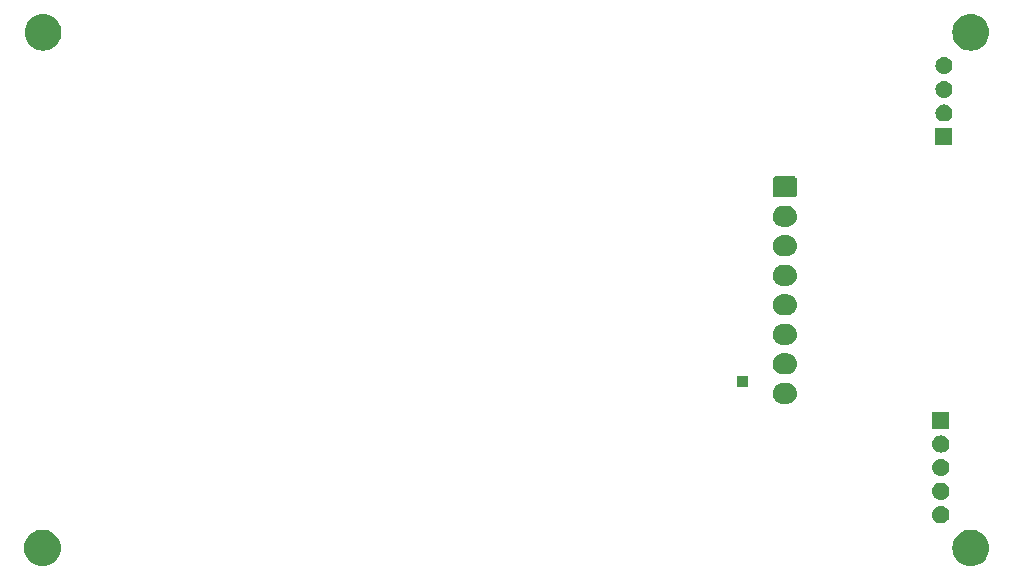
<source format=gbr>
G04 #@! TF.GenerationSoftware,KiCad,Pcbnew,7.99.0-1900-g89780d353a*
G04 #@! TF.CreationDate,2023-08-29T18:06:46+03:00*
G04 #@! TF.ProjectId,RP2040_minimal,52503230-3430-45f6-9d69-6e696d616c2e,REV1*
G04 #@! TF.SameCoordinates,Original*
G04 #@! TF.FileFunction,Soldermask,Bot*
G04 #@! TF.FilePolarity,Negative*
%FSLAX46Y46*%
G04 Gerber Fmt 4.6, Leading zero omitted, Abs format (unit mm)*
G04 Created by KiCad (PCBNEW 7.99.0-1900-g89780d353a) date 2023-08-29 18:06:46*
%MOMM*%
%LPD*%
G01*
G04 APERTURE LIST*
G04 APERTURE END LIST*
G36*
X108498630Y-134246495D02*
G01*
X108735285Y-134303311D01*
X108960139Y-134396449D01*
X109167655Y-134523615D01*
X109352723Y-134681677D01*
X109510785Y-134866745D01*
X109637951Y-135074261D01*
X109731089Y-135299115D01*
X109787905Y-135535770D01*
X109807000Y-135778400D01*
X109787905Y-136021030D01*
X109731089Y-136257685D01*
X109637951Y-136482539D01*
X109510785Y-136690055D01*
X109352723Y-136875123D01*
X109167655Y-137033185D01*
X108960139Y-137160351D01*
X108735285Y-137253489D01*
X108498630Y-137310305D01*
X108256000Y-137329400D01*
X108013370Y-137310305D01*
X107776715Y-137253489D01*
X107551861Y-137160351D01*
X107344345Y-137033185D01*
X107159277Y-136875123D01*
X107001215Y-136690055D01*
X106874049Y-136482539D01*
X106780911Y-136257685D01*
X106724095Y-136021030D01*
X106705000Y-135778400D01*
X106724095Y-135535770D01*
X106780911Y-135299115D01*
X106874049Y-135074261D01*
X107001215Y-134866745D01*
X107159277Y-134681677D01*
X107344345Y-134523615D01*
X107551861Y-134396449D01*
X107776715Y-134303311D01*
X108013370Y-134246495D01*
X108256000Y-134227400D01*
X108498630Y-134246495D01*
G37*
G36*
X187098630Y-134246495D02*
G01*
X187335285Y-134303311D01*
X187560139Y-134396449D01*
X187767655Y-134523615D01*
X187952723Y-134681677D01*
X188110785Y-134866745D01*
X188237951Y-135074261D01*
X188331089Y-135299115D01*
X188387905Y-135535770D01*
X188407000Y-135778400D01*
X188387905Y-136021030D01*
X188331089Y-136257685D01*
X188237951Y-136482539D01*
X188110785Y-136690055D01*
X187952723Y-136875123D01*
X187767655Y-137033185D01*
X187560139Y-137160351D01*
X187335285Y-137253489D01*
X187098630Y-137310305D01*
X186856000Y-137329400D01*
X186613370Y-137310305D01*
X186376715Y-137253489D01*
X186151861Y-137160351D01*
X185944345Y-137033185D01*
X185759277Y-136875123D01*
X185601215Y-136690055D01*
X185474049Y-136482539D01*
X185380911Y-136257685D01*
X185324095Y-136021030D01*
X185305000Y-135778400D01*
X185324095Y-135535770D01*
X185380911Y-135299115D01*
X185474049Y-135074261D01*
X185601215Y-134866745D01*
X185759277Y-134681677D01*
X185944345Y-134523615D01*
X186151861Y-134396449D01*
X186376715Y-134303311D01*
X186613370Y-134246495D01*
X186856000Y-134227400D01*
X187098630Y-134246495D01*
G37*
G36*
X184477550Y-132270602D02*
G01*
X184631000Y-132324297D01*
X184768654Y-132410790D01*
X184883610Y-132525746D01*
X184970103Y-132663400D01*
X185023798Y-132816850D01*
X185042000Y-132978400D01*
X185023798Y-133139950D01*
X184970103Y-133293400D01*
X184883610Y-133431054D01*
X184768654Y-133546010D01*
X184631000Y-133632503D01*
X184477550Y-133686198D01*
X184316000Y-133704400D01*
X184154450Y-133686198D01*
X184001000Y-133632503D01*
X183863346Y-133546010D01*
X183748390Y-133431054D01*
X183661897Y-133293400D01*
X183608202Y-133139950D01*
X183590000Y-132978400D01*
X183608202Y-132816850D01*
X183661897Y-132663400D01*
X183748390Y-132525746D01*
X183863346Y-132410790D01*
X184001000Y-132324297D01*
X184154450Y-132270602D01*
X184316000Y-132252400D01*
X184477550Y-132270602D01*
G37*
G36*
X184477550Y-130270602D02*
G01*
X184631000Y-130324297D01*
X184768654Y-130410790D01*
X184883610Y-130525746D01*
X184970103Y-130663400D01*
X185023798Y-130816850D01*
X185042000Y-130978400D01*
X185023798Y-131139950D01*
X184970103Y-131293400D01*
X184883610Y-131431054D01*
X184768654Y-131546010D01*
X184631000Y-131632503D01*
X184477550Y-131686198D01*
X184316000Y-131704400D01*
X184154450Y-131686198D01*
X184001000Y-131632503D01*
X183863346Y-131546010D01*
X183748390Y-131431054D01*
X183661897Y-131293400D01*
X183608202Y-131139950D01*
X183590000Y-130978400D01*
X183608202Y-130816850D01*
X183661897Y-130663400D01*
X183748390Y-130525746D01*
X183863346Y-130410790D01*
X184001000Y-130324297D01*
X184154450Y-130270602D01*
X184316000Y-130252400D01*
X184477550Y-130270602D01*
G37*
G36*
X184477550Y-128270602D02*
G01*
X184631000Y-128324297D01*
X184768654Y-128410790D01*
X184883610Y-128525746D01*
X184970103Y-128663400D01*
X185023798Y-128816850D01*
X185042000Y-128978400D01*
X185023798Y-129139950D01*
X184970103Y-129293400D01*
X184883610Y-129431054D01*
X184768654Y-129546010D01*
X184631000Y-129632503D01*
X184477550Y-129686198D01*
X184316000Y-129704400D01*
X184154450Y-129686198D01*
X184001000Y-129632503D01*
X183863346Y-129546010D01*
X183748390Y-129431054D01*
X183661897Y-129293400D01*
X183608202Y-129139950D01*
X183590000Y-128978400D01*
X183608202Y-128816850D01*
X183661897Y-128663400D01*
X183748390Y-128525746D01*
X183863346Y-128410790D01*
X184001000Y-128324297D01*
X184154450Y-128270602D01*
X184316000Y-128252400D01*
X184477550Y-128270602D01*
G37*
G36*
X184477550Y-126270602D02*
G01*
X184631000Y-126324297D01*
X184768654Y-126410790D01*
X184883610Y-126525746D01*
X184970103Y-126663400D01*
X185023798Y-126816850D01*
X185042000Y-126978400D01*
X185023798Y-127139950D01*
X184970103Y-127293400D01*
X184883610Y-127431054D01*
X184768654Y-127546010D01*
X184631000Y-127632503D01*
X184477550Y-127686198D01*
X184316000Y-127704400D01*
X184154450Y-127686198D01*
X184001000Y-127632503D01*
X183863346Y-127546010D01*
X183748390Y-127431054D01*
X183661897Y-127293400D01*
X183608202Y-127139950D01*
X183590000Y-126978400D01*
X183608202Y-126816850D01*
X183661897Y-126663400D01*
X183748390Y-126525746D01*
X183863346Y-126410790D01*
X184001000Y-126324297D01*
X184154450Y-126270602D01*
X184316000Y-126252400D01*
X184477550Y-126270602D01*
G37*
G36*
X185010517Y-124256282D02*
G01*
X185027062Y-124267338D01*
X185038118Y-124283883D01*
X185042000Y-124303400D01*
X185042000Y-125653400D01*
X185038118Y-125672917D01*
X185027062Y-125689462D01*
X185010517Y-125700518D01*
X184991000Y-125704400D01*
X183641000Y-125704400D01*
X183621483Y-125700518D01*
X183604938Y-125689462D01*
X183593882Y-125672917D01*
X183590000Y-125653400D01*
X183590000Y-124303400D01*
X183593882Y-124283883D01*
X183604938Y-124267338D01*
X183621483Y-124256282D01*
X183641000Y-124252400D01*
X184991000Y-124252400D01*
X185010517Y-124256282D01*
G37*
G36*
X171232058Y-121797511D02*
G01*
X171321001Y-121802022D01*
X171369185Y-121811923D01*
X171418328Y-121817089D01*
X171459640Y-121830512D01*
X171500656Y-121838941D01*
X171547655Y-121859110D01*
X171597470Y-121875296D01*
X171632497Y-121895518D01*
X171668141Y-121910815D01*
X171712656Y-121941798D01*
X171760595Y-121969476D01*
X171788429Y-121994538D01*
X171817737Y-122014937D01*
X171857249Y-122056504D01*
X171900573Y-122095513D01*
X171920820Y-122123381D01*
X171943305Y-122147035D01*
X171975297Y-122198362D01*
X172011289Y-122247900D01*
X172024075Y-122276618D01*
X172039713Y-122301707D01*
X172061813Y-122361379D01*
X172087902Y-122419976D01*
X172093811Y-122447777D01*
X172103012Y-122472620D01*
X172113130Y-122538667D01*
X172127064Y-122604220D01*
X172127064Y-122629617D01*
X172130612Y-122652777D01*
X172127064Y-122722730D01*
X172127064Y-122792580D01*
X172122410Y-122814470D01*
X172121380Y-122834798D01*
X172103008Y-122905755D01*
X172087902Y-122976824D01*
X172080028Y-122994508D01*
X172075695Y-123011245D01*
X172041927Y-123080084D01*
X172011289Y-123148900D01*
X172001693Y-123162106D01*
X171995432Y-123174872D01*
X171946350Y-123238279D01*
X171900573Y-123301287D01*
X171890693Y-123310182D01*
X171883869Y-123318999D01*
X171820153Y-123373697D01*
X171760595Y-123427324D01*
X171751711Y-123432452D01*
X171745582Y-123437715D01*
X171668320Y-123480598D01*
X171597470Y-123521504D01*
X171590603Y-123523735D01*
X171586220Y-123526168D01*
X171495923Y-123554498D01*
X171418328Y-123579711D01*
X171414173Y-123580147D01*
X171412324Y-123580728D01*
X171299069Y-123592245D01*
X171231000Y-123599400D01*
X171228719Y-123599400D01*
X170982135Y-123599400D01*
X170981000Y-123599400D01*
X170979941Y-123599288D01*
X170890998Y-123594777D01*
X170842822Y-123584876D01*
X170793672Y-123579711D01*
X170752352Y-123566285D01*
X170711343Y-123557858D01*
X170664349Y-123537691D01*
X170614530Y-123521504D01*
X170579498Y-123501278D01*
X170543858Y-123485984D01*
X170499345Y-123455002D01*
X170451405Y-123427324D01*
X170423568Y-123402260D01*
X170394262Y-123381862D01*
X170354750Y-123340295D01*
X170311427Y-123301287D01*
X170291179Y-123273418D01*
X170268694Y-123249764D01*
X170236699Y-123198434D01*
X170200711Y-123148900D01*
X170187925Y-123120183D01*
X170172286Y-123095092D01*
X170150183Y-123035412D01*
X170124098Y-122976824D01*
X170118189Y-122949026D01*
X170108987Y-122924179D01*
X170098866Y-122858118D01*
X170084936Y-122792580D01*
X170084936Y-122767187D01*
X170081387Y-122744022D01*
X170084936Y-122674048D01*
X170084936Y-122604220D01*
X170089587Y-122582335D01*
X170090619Y-122562001D01*
X170108997Y-122491017D01*
X170124098Y-122419976D01*
X170131968Y-122402298D01*
X170136304Y-122385554D01*
X170170087Y-122316682D01*
X170200711Y-122247900D01*
X170210301Y-122234699D01*
X170216567Y-122221927D01*
X170265676Y-122158483D01*
X170311427Y-122095513D01*
X170321300Y-122086622D01*
X170328130Y-122077800D01*
X170391891Y-122023062D01*
X170451405Y-121969476D01*
X170460281Y-121964351D01*
X170466417Y-121959084D01*
X170543749Y-121916160D01*
X170614530Y-121875296D01*
X170621390Y-121873066D01*
X170625779Y-121870631D01*
X170716194Y-121842263D01*
X170793672Y-121817089D01*
X170797819Y-121816653D01*
X170799675Y-121816071D01*
X170913054Y-121804541D01*
X170981000Y-121797400D01*
X171231000Y-121797400D01*
X171232058Y-121797511D01*
G37*
G36*
X168000517Y-121206282D02*
G01*
X168017062Y-121217338D01*
X168028118Y-121233883D01*
X168032000Y-121253400D01*
X168032000Y-122103400D01*
X168028118Y-122122917D01*
X168017062Y-122139462D01*
X168000517Y-122150518D01*
X167981000Y-122154400D01*
X167131000Y-122154400D01*
X167111483Y-122150518D01*
X167094938Y-122139462D01*
X167083882Y-122122917D01*
X167080000Y-122103400D01*
X167080000Y-121253400D01*
X167083882Y-121233883D01*
X167094938Y-121217338D01*
X167111483Y-121206282D01*
X167131000Y-121202400D01*
X167981000Y-121202400D01*
X168000517Y-121206282D01*
G37*
G36*
X171232058Y-119297511D02*
G01*
X171321001Y-119302022D01*
X171369185Y-119311923D01*
X171418328Y-119317089D01*
X171459640Y-119330512D01*
X171500656Y-119338941D01*
X171547655Y-119359110D01*
X171597470Y-119375296D01*
X171632497Y-119395518D01*
X171668141Y-119410815D01*
X171712656Y-119441798D01*
X171760595Y-119469476D01*
X171788429Y-119494538D01*
X171817737Y-119514937D01*
X171857249Y-119556504D01*
X171900573Y-119595513D01*
X171920820Y-119623381D01*
X171943305Y-119647035D01*
X171975297Y-119698362D01*
X172011289Y-119747900D01*
X172024075Y-119776618D01*
X172039713Y-119801707D01*
X172061813Y-119861379D01*
X172087902Y-119919976D01*
X172093811Y-119947777D01*
X172103012Y-119972620D01*
X172113130Y-120038667D01*
X172127064Y-120104220D01*
X172127064Y-120129617D01*
X172130612Y-120152777D01*
X172127064Y-120222730D01*
X172127064Y-120292580D01*
X172122410Y-120314470D01*
X172121380Y-120334798D01*
X172103008Y-120405755D01*
X172087902Y-120476824D01*
X172080028Y-120494508D01*
X172075695Y-120511245D01*
X172041927Y-120580084D01*
X172011289Y-120648900D01*
X172001693Y-120662106D01*
X171995432Y-120674872D01*
X171946350Y-120738279D01*
X171900573Y-120801287D01*
X171890693Y-120810182D01*
X171883869Y-120818999D01*
X171820153Y-120873697D01*
X171760595Y-120927324D01*
X171751711Y-120932452D01*
X171745582Y-120937715D01*
X171668320Y-120980598D01*
X171597470Y-121021504D01*
X171590603Y-121023735D01*
X171586220Y-121026168D01*
X171495923Y-121054498D01*
X171418328Y-121079711D01*
X171414173Y-121080147D01*
X171412324Y-121080728D01*
X171299069Y-121092245D01*
X171231000Y-121099400D01*
X171228719Y-121099400D01*
X170982135Y-121099400D01*
X170981000Y-121099400D01*
X170979941Y-121099288D01*
X170890998Y-121094777D01*
X170842822Y-121084876D01*
X170793672Y-121079711D01*
X170752352Y-121066285D01*
X170711343Y-121057858D01*
X170664349Y-121037691D01*
X170614530Y-121021504D01*
X170579498Y-121001278D01*
X170543858Y-120985984D01*
X170499345Y-120955002D01*
X170451405Y-120927324D01*
X170423568Y-120902260D01*
X170394262Y-120881862D01*
X170354750Y-120840295D01*
X170311427Y-120801287D01*
X170291179Y-120773418D01*
X170268694Y-120749764D01*
X170236699Y-120698434D01*
X170200711Y-120648900D01*
X170187925Y-120620183D01*
X170172286Y-120595092D01*
X170150183Y-120535412D01*
X170124098Y-120476824D01*
X170118189Y-120449026D01*
X170108987Y-120424179D01*
X170098866Y-120358118D01*
X170084936Y-120292580D01*
X170084936Y-120267187D01*
X170081387Y-120244022D01*
X170084936Y-120174048D01*
X170084936Y-120104220D01*
X170089587Y-120082335D01*
X170090619Y-120062001D01*
X170108997Y-119991017D01*
X170124098Y-119919976D01*
X170131968Y-119902298D01*
X170136304Y-119885554D01*
X170170087Y-119816682D01*
X170200711Y-119747900D01*
X170210301Y-119734699D01*
X170216567Y-119721927D01*
X170265676Y-119658483D01*
X170311427Y-119595513D01*
X170321300Y-119586622D01*
X170328130Y-119577800D01*
X170391891Y-119523062D01*
X170451405Y-119469476D01*
X170460281Y-119464351D01*
X170466417Y-119459084D01*
X170543749Y-119416160D01*
X170614530Y-119375296D01*
X170621390Y-119373066D01*
X170625779Y-119370631D01*
X170716194Y-119342263D01*
X170793672Y-119317089D01*
X170797819Y-119316653D01*
X170799675Y-119316071D01*
X170913054Y-119304541D01*
X170981000Y-119297400D01*
X171231000Y-119297400D01*
X171232058Y-119297511D01*
G37*
G36*
X171232058Y-116797511D02*
G01*
X171321001Y-116802022D01*
X171369185Y-116811923D01*
X171418328Y-116817089D01*
X171459640Y-116830512D01*
X171500656Y-116838941D01*
X171547655Y-116859110D01*
X171597470Y-116875296D01*
X171632497Y-116895518D01*
X171668141Y-116910815D01*
X171712656Y-116941798D01*
X171760595Y-116969476D01*
X171788429Y-116994538D01*
X171817737Y-117014937D01*
X171857249Y-117056504D01*
X171900573Y-117095513D01*
X171920820Y-117123381D01*
X171943305Y-117147035D01*
X171975297Y-117198362D01*
X172011289Y-117247900D01*
X172024075Y-117276618D01*
X172039713Y-117301707D01*
X172061813Y-117361379D01*
X172087902Y-117419976D01*
X172093811Y-117447777D01*
X172103012Y-117472620D01*
X172113130Y-117538667D01*
X172127064Y-117604220D01*
X172127064Y-117629617D01*
X172130612Y-117652777D01*
X172127064Y-117722730D01*
X172127064Y-117792580D01*
X172122410Y-117814470D01*
X172121380Y-117834798D01*
X172103008Y-117905755D01*
X172087902Y-117976824D01*
X172080028Y-117994508D01*
X172075695Y-118011245D01*
X172041927Y-118080084D01*
X172011289Y-118148900D01*
X172001693Y-118162106D01*
X171995432Y-118174872D01*
X171946350Y-118238279D01*
X171900573Y-118301287D01*
X171890693Y-118310182D01*
X171883869Y-118318999D01*
X171820153Y-118373697D01*
X171760595Y-118427324D01*
X171751711Y-118432452D01*
X171745582Y-118437715D01*
X171668320Y-118480598D01*
X171597470Y-118521504D01*
X171590603Y-118523735D01*
X171586220Y-118526168D01*
X171495923Y-118554498D01*
X171418328Y-118579711D01*
X171414173Y-118580147D01*
X171412324Y-118580728D01*
X171299069Y-118592245D01*
X171231000Y-118599400D01*
X171228719Y-118599400D01*
X170982135Y-118599400D01*
X170981000Y-118599400D01*
X170979941Y-118599288D01*
X170890998Y-118594777D01*
X170842822Y-118584876D01*
X170793672Y-118579711D01*
X170752352Y-118566285D01*
X170711343Y-118557858D01*
X170664349Y-118537691D01*
X170614530Y-118521504D01*
X170579498Y-118501278D01*
X170543858Y-118485984D01*
X170499345Y-118455002D01*
X170451405Y-118427324D01*
X170423568Y-118402260D01*
X170394262Y-118381862D01*
X170354750Y-118340295D01*
X170311427Y-118301287D01*
X170291179Y-118273418D01*
X170268694Y-118249764D01*
X170236699Y-118198434D01*
X170200711Y-118148900D01*
X170187925Y-118120183D01*
X170172286Y-118095092D01*
X170150183Y-118035412D01*
X170124098Y-117976824D01*
X170118189Y-117949026D01*
X170108987Y-117924179D01*
X170098866Y-117858118D01*
X170084936Y-117792580D01*
X170084936Y-117767187D01*
X170081387Y-117744022D01*
X170084936Y-117674048D01*
X170084936Y-117604220D01*
X170089587Y-117582335D01*
X170090619Y-117562001D01*
X170108997Y-117491017D01*
X170124098Y-117419976D01*
X170131968Y-117402298D01*
X170136304Y-117385554D01*
X170170087Y-117316682D01*
X170200711Y-117247900D01*
X170210301Y-117234699D01*
X170216567Y-117221927D01*
X170265676Y-117158483D01*
X170311427Y-117095513D01*
X170321300Y-117086622D01*
X170328130Y-117077800D01*
X170391891Y-117023062D01*
X170451405Y-116969476D01*
X170460281Y-116964351D01*
X170466417Y-116959084D01*
X170543749Y-116916160D01*
X170614530Y-116875296D01*
X170621390Y-116873066D01*
X170625779Y-116870631D01*
X170716194Y-116842263D01*
X170793672Y-116817089D01*
X170797819Y-116816653D01*
X170799675Y-116816071D01*
X170913054Y-116804541D01*
X170981000Y-116797400D01*
X171231000Y-116797400D01*
X171232058Y-116797511D01*
G37*
G36*
X171232058Y-114297511D02*
G01*
X171321001Y-114302022D01*
X171369185Y-114311923D01*
X171418328Y-114317089D01*
X171459640Y-114330512D01*
X171500656Y-114338941D01*
X171547655Y-114359110D01*
X171597470Y-114375296D01*
X171632497Y-114395518D01*
X171668141Y-114410815D01*
X171712656Y-114441798D01*
X171760595Y-114469476D01*
X171788429Y-114494538D01*
X171817737Y-114514937D01*
X171857249Y-114556504D01*
X171900573Y-114595513D01*
X171920820Y-114623381D01*
X171943305Y-114647035D01*
X171975297Y-114698362D01*
X172011289Y-114747900D01*
X172024075Y-114776618D01*
X172039713Y-114801707D01*
X172061813Y-114861379D01*
X172087902Y-114919976D01*
X172093811Y-114947777D01*
X172103012Y-114972620D01*
X172113130Y-115038667D01*
X172127064Y-115104220D01*
X172127064Y-115129617D01*
X172130612Y-115152777D01*
X172127064Y-115222730D01*
X172127064Y-115292580D01*
X172122410Y-115314470D01*
X172121380Y-115334798D01*
X172103008Y-115405755D01*
X172087902Y-115476824D01*
X172080028Y-115494508D01*
X172075695Y-115511245D01*
X172041927Y-115580084D01*
X172011289Y-115648900D01*
X172001693Y-115662106D01*
X171995432Y-115674872D01*
X171946350Y-115738279D01*
X171900573Y-115801287D01*
X171890693Y-115810182D01*
X171883869Y-115818999D01*
X171820153Y-115873697D01*
X171760595Y-115927324D01*
X171751711Y-115932452D01*
X171745582Y-115937715D01*
X171668320Y-115980598D01*
X171597470Y-116021504D01*
X171590603Y-116023735D01*
X171586220Y-116026168D01*
X171495923Y-116054498D01*
X171418328Y-116079711D01*
X171414173Y-116080147D01*
X171412324Y-116080728D01*
X171299069Y-116092245D01*
X171231000Y-116099400D01*
X171228719Y-116099400D01*
X170982135Y-116099400D01*
X170981000Y-116099400D01*
X170979941Y-116099288D01*
X170890998Y-116094777D01*
X170842822Y-116084876D01*
X170793672Y-116079711D01*
X170752352Y-116066285D01*
X170711343Y-116057858D01*
X170664349Y-116037691D01*
X170614530Y-116021504D01*
X170579498Y-116001278D01*
X170543858Y-115985984D01*
X170499345Y-115955002D01*
X170451405Y-115927324D01*
X170423568Y-115902260D01*
X170394262Y-115881862D01*
X170354750Y-115840295D01*
X170311427Y-115801287D01*
X170291179Y-115773418D01*
X170268694Y-115749764D01*
X170236699Y-115698434D01*
X170200711Y-115648900D01*
X170187925Y-115620183D01*
X170172286Y-115595092D01*
X170150183Y-115535412D01*
X170124098Y-115476824D01*
X170118189Y-115449026D01*
X170108987Y-115424179D01*
X170098866Y-115358118D01*
X170084936Y-115292580D01*
X170084936Y-115267187D01*
X170081387Y-115244022D01*
X170084936Y-115174048D01*
X170084936Y-115104220D01*
X170089587Y-115082335D01*
X170090619Y-115062001D01*
X170108997Y-114991017D01*
X170124098Y-114919976D01*
X170131968Y-114902298D01*
X170136304Y-114885554D01*
X170170087Y-114816682D01*
X170200711Y-114747900D01*
X170210301Y-114734699D01*
X170216567Y-114721927D01*
X170265676Y-114658483D01*
X170311427Y-114595513D01*
X170321300Y-114586622D01*
X170328130Y-114577800D01*
X170391891Y-114523062D01*
X170451405Y-114469476D01*
X170460281Y-114464351D01*
X170466417Y-114459084D01*
X170543749Y-114416160D01*
X170614530Y-114375296D01*
X170621390Y-114373066D01*
X170625779Y-114370631D01*
X170716194Y-114342263D01*
X170793672Y-114317089D01*
X170797819Y-114316653D01*
X170799675Y-114316071D01*
X170913054Y-114304541D01*
X170981000Y-114297400D01*
X171231000Y-114297400D01*
X171232058Y-114297511D01*
G37*
G36*
X171232058Y-111797511D02*
G01*
X171321001Y-111802022D01*
X171369185Y-111811923D01*
X171418328Y-111817089D01*
X171459640Y-111830512D01*
X171500656Y-111838941D01*
X171547655Y-111859110D01*
X171597470Y-111875296D01*
X171632497Y-111895518D01*
X171668141Y-111910815D01*
X171712656Y-111941798D01*
X171760595Y-111969476D01*
X171788429Y-111994538D01*
X171817737Y-112014937D01*
X171857249Y-112056504D01*
X171900573Y-112095513D01*
X171920820Y-112123381D01*
X171943305Y-112147035D01*
X171975297Y-112198362D01*
X172011289Y-112247900D01*
X172024075Y-112276618D01*
X172039713Y-112301707D01*
X172061813Y-112361379D01*
X172087902Y-112419976D01*
X172093811Y-112447777D01*
X172103012Y-112472620D01*
X172113130Y-112538667D01*
X172127064Y-112604220D01*
X172127064Y-112629617D01*
X172130612Y-112652777D01*
X172127064Y-112722730D01*
X172127064Y-112792580D01*
X172122410Y-112814470D01*
X172121380Y-112834798D01*
X172103008Y-112905755D01*
X172087902Y-112976824D01*
X172080028Y-112994508D01*
X172075695Y-113011245D01*
X172041927Y-113080084D01*
X172011289Y-113148900D01*
X172001693Y-113162106D01*
X171995432Y-113174872D01*
X171946350Y-113238279D01*
X171900573Y-113301287D01*
X171890693Y-113310182D01*
X171883869Y-113318999D01*
X171820153Y-113373697D01*
X171760595Y-113427324D01*
X171751711Y-113432452D01*
X171745582Y-113437715D01*
X171668320Y-113480598D01*
X171597470Y-113521504D01*
X171590603Y-113523735D01*
X171586220Y-113526168D01*
X171495923Y-113554498D01*
X171418328Y-113579711D01*
X171414173Y-113580147D01*
X171412324Y-113580728D01*
X171299069Y-113592245D01*
X171231000Y-113599400D01*
X171228719Y-113599400D01*
X170982135Y-113599400D01*
X170981000Y-113599400D01*
X170979941Y-113599288D01*
X170890998Y-113594777D01*
X170842822Y-113584876D01*
X170793672Y-113579711D01*
X170752352Y-113566285D01*
X170711343Y-113557858D01*
X170664349Y-113537691D01*
X170614530Y-113521504D01*
X170579498Y-113501278D01*
X170543858Y-113485984D01*
X170499345Y-113455002D01*
X170451405Y-113427324D01*
X170423568Y-113402260D01*
X170394262Y-113381862D01*
X170354750Y-113340295D01*
X170311427Y-113301287D01*
X170291179Y-113273418D01*
X170268694Y-113249764D01*
X170236699Y-113198434D01*
X170200711Y-113148900D01*
X170187925Y-113120183D01*
X170172286Y-113095092D01*
X170150183Y-113035412D01*
X170124098Y-112976824D01*
X170118189Y-112949026D01*
X170108987Y-112924179D01*
X170098866Y-112858118D01*
X170084936Y-112792580D01*
X170084936Y-112767187D01*
X170081387Y-112744022D01*
X170084936Y-112674048D01*
X170084936Y-112604220D01*
X170089587Y-112582335D01*
X170090619Y-112562001D01*
X170108997Y-112491017D01*
X170124098Y-112419976D01*
X170131968Y-112402298D01*
X170136304Y-112385554D01*
X170170087Y-112316682D01*
X170200711Y-112247900D01*
X170210301Y-112234699D01*
X170216567Y-112221927D01*
X170265676Y-112158483D01*
X170311427Y-112095513D01*
X170321300Y-112086622D01*
X170328130Y-112077800D01*
X170391891Y-112023062D01*
X170451405Y-111969476D01*
X170460281Y-111964351D01*
X170466417Y-111959084D01*
X170543749Y-111916160D01*
X170614530Y-111875296D01*
X170621390Y-111873066D01*
X170625779Y-111870631D01*
X170716194Y-111842263D01*
X170793672Y-111817089D01*
X170797819Y-111816653D01*
X170799675Y-111816071D01*
X170913054Y-111804541D01*
X170981000Y-111797400D01*
X171231000Y-111797400D01*
X171232058Y-111797511D01*
G37*
G36*
X171232058Y-109297511D02*
G01*
X171321001Y-109302022D01*
X171369185Y-109311923D01*
X171418328Y-109317089D01*
X171459640Y-109330512D01*
X171500656Y-109338941D01*
X171547655Y-109359110D01*
X171597470Y-109375296D01*
X171632497Y-109395518D01*
X171668141Y-109410815D01*
X171712656Y-109441798D01*
X171760595Y-109469476D01*
X171788429Y-109494538D01*
X171817737Y-109514937D01*
X171857249Y-109556504D01*
X171900573Y-109595513D01*
X171920820Y-109623381D01*
X171943305Y-109647035D01*
X171975297Y-109698362D01*
X172011289Y-109747900D01*
X172024075Y-109776618D01*
X172039713Y-109801707D01*
X172061813Y-109861379D01*
X172087902Y-109919976D01*
X172093811Y-109947777D01*
X172103012Y-109972620D01*
X172113130Y-110038667D01*
X172127064Y-110104220D01*
X172127064Y-110129617D01*
X172130612Y-110152777D01*
X172127064Y-110222730D01*
X172127064Y-110292580D01*
X172122410Y-110314470D01*
X172121380Y-110334798D01*
X172103008Y-110405755D01*
X172087902Y-110476824D01*
X172080028Y-110494508D01*
X172075695Y-110511245D01*
X172041927Y-110580084D01*
X172011289Y-110648900D01*
X172001693Y-110662106D01*
X171995432Y-110674872D01*
X171946350Y-110738279D01*
X171900573Y-110801287D01*
X171890693Y-110810182D01*
X171883869Y-110818999D01*
X171820153Y-110873697D01*
X171760595Y-110927324D01*
X171751711Y-110932452D01*
X171745582Y-110937715D01*
X171668320Y-110980598D01*
X171597470Y-111021504D01*
X171590603Y-111023735D01*
X171586220Y-111026168D01*
X171495923Y-111054498D01*
X171418328Y-111079711D01*
X171414173Y-111080147D01*
X171412324Y-111080728D01*
X171299069Y-111092245D01*
X171231000Y-111099400D01*
X171228719Y-111099400D01*
X170982135Y-111099400D01*
X170981000Y-111099400D01*
X170979941Y-111099288D01*
X170890998Y-111094777D01*
X170842822Y-111084876D01*
X170793672Y-111079711D01*
X170752352Y-111066285D01*
X170711343Y-111057858D01*
X170664349Y-111037691D01*
X170614530Y-111021504D01*
X170579498Y-111001278D01*
X170543858Y-110985984D01*
X170499345Y-110955002D01*
X170451405Y-110927324D01*
X170423568Y-110902260D01*
X170394262Y-110881862D01*
X170354750Y-110840295D01*
X170311427Y-110801287D01*
X170291179Y-110773418D01*
X170268694Y-110749764D01*
X170236699Y-110698434D01*
X170200711Y-110648900D01*
X170187925Y-110620183D01*
X170172286Y-110595092D01*
X170150183Y-110535412D01*
X170124098Y-110476824D01*
X170118189Y-110449026D01*
X170108987Y-110424179D01*
X170098866Y-110358118D01*
X170084936Y-110292580D01*
X170084936Y-110267187D01*
X170081387Y-110244022D01*
X170084936Y-110174048D01*
X170084936Y-110104220D01*
X170089587Y-110082335D01*
X170090619Y-110062001D01*
X170108997Y-109991017D01*
X170124098Y-109919976D01*
X170131968Y-109902298D01*
X170136304Y-109885554D01*
X170170087Y-109816682D01*
X170200711Y-109747900D01*
X170210301Y-109734699D01*
X170216567Y-109721927D01*
X170265676Y-109658483D01*
X170311427Y-109595513D01*
X170321300Y-109586622D01*
X170328130Y-109577800D01*
X170391891Y-109523062D01*
X170451405Y-109469476D01*
X170460281Y-109464351D01*
X170466417Y-109459084D01*
X170543749Y-109416160D01*
X170614530Y-109375296D01*
X170621390Y-109373066D01*
X170625779Y-109370631D01*
X170716194Y-109342263D01*
X170793672Y-109317089D01*
X170797819Y-109316653D01*
X170799675Y-109316071D01*
X170913054Y-109304541D01*
X170981000Y-109297400D01*
X171231000Y-109297400D01*
X171232058Y-109297511D01*
G37*
G36*
X171232058Y-106797511D02*
G01*
X171321001Y-106802022D01*
X171369185Y-106811923D01*
X171418328Y-106817089D01*
X171459640Y-106830512D01*
X171500656Y-106838941D01*
X171547655Y-106859110D01*
X171597470Y-106875296D01*
X171632497Y-106895518D01*
X171668141Y-106910815D01*
X171712656Y-106941798D01*
X171760595Y-106969476D01*
X171788429Y-106994538D01*
X171817737Y-107014937D01*
X171857249Y-107056504D01*
X171900573Y-107095513D01*
X171920820Y-107123381D01*
X171943305Y-107147035D01*
X171975297Y-107198362D01*
X172011289Y-107247900D01*
X172024075Y-107276618D01*
X172039713Y-107301707D01*
X172061813Y-107361379D01*
X172087902Y-107419976D01*
X172093811Y-107447777D01*
X172103012Y-107472620D01*
X172113130Y-107538667D01*
X172127064Y-107604220D01*
X172127064Y-107629617D01*
X172130612Y-107652777D01*
X172127064Y-107722730D01*
X172127064Y-107792580D01*
X172122410Y-107814470D01*
X172121380Y-107834798D01*
X172103008Y-107905755D01*
X172087902Y-107976824D01*
X172080028Y-107994508D01*
X172075695Y-108011245D01*
X172041927Y-108080084D01*
X172011289Y-108148900D01*
X172001693Y-108162106D01*
X171995432Y-108174872D01*
X171946350Y-108238279D01*
X171900573Y-108301287D01*
X171890693Y-108310182D01*
X171883869Y-108318999D01*
X171820153Y-108373697D01*
X171760595Y-108427324D01*
X171751711Y-108432452D01*
X171745582Y-108437715D01*
X171668320Y-108480598D01*
X171597470Y-108521504D01*
X171590603Y-108523735D01*
X171586220Y-108526168D01*
X171495923Y-108554498D01*
X171418328Y-108579711D01*
X171414173Y-108580147D01*
X171412324Y-108580728D01*
X171299069Y-108592245D01*
X171231000Y-108599400D01*
X171228719Y-108599400D01*
X170982135Y-108599400D01*
X170981000Y-108599400D01*
X170979941Y-108599288D01*
X170890998Y-108594777D01*
X170842822Y-108584876D01*
X170793672Y-108579711D01*
X170752352Y-108566285D01*
X170711343Y-108557858D01*
X170664349Y-108537691D01*
X170614530Y-108521504D01*
X170579498Y-108501278D01*
X170543858Y-108485984D01*
X170499345Y-108455002D01*
X170451405Y-108427324D01*
X170423568Y-108402260D01*
X170394262Y-108381862D01*
X170354750Y-108340295D01*
X170311427Y-108301287D01*
X170291179Y-108273418D01*
X170268694Y-108249764D01*
X170236699Y-108198434D01*
X170200711Y-108148900D01*
X170187925Y-108120183D01*
X170172286Y-108095092D01*
X170150183Y-108035412D01*
X170124098Y-107976824D01*
X170118189Y-107949026D01*
X170108987Y-107924179D01*
X170098866Y-107858118D01*
X170084936Y-107792580D01*
X170084936Y-107767187D01*
X170081387Y-107744022D01*
X170084936Y-107674048D01*
X170084936Y-107604220D01*
X170089587Y-107582335D01*
X170090619Y-107562001D01*
X170108997Y-107491017D01*
X170124098Y-107419976D01*
X170131968Y-107402298D01*
X170136304Y-107385554D01*
X170170087Y-107316682D01*
X170200711Y-107247900D01*
X170210301Y-107234699D01*
X170216567Y-107221927D01*
X170265676Y-107158483D01*
X170311427Y-107095513D01*
X170321300Y-107086622D01*
X170328130Y-107077800D01*
X170391891Y-107023062D01*
X170451405Y-106969476D01*
X170460281Y-106964351D01*
X170466417Y-106959084D01*
X170543749Y-106916160D01*
X170614530Y-106875296D01*
X170621390Y-106873066D01*
X170625779Y-106870631D01*
X170716194Y-106842263D01*
X170793672Y-106817089D01*
X170797819Y-106816653D01*
X170799675Y-106816071D01*
X170913054Y-106804541D01*
X170981000Y-106797400D01*
X171231000Y-106797400D01*
X171232058Y-106797511D01*
G37*
G36*
X171899914Y-104305395D02*
G01*
X171904645Y-104307484D01*
X171907811Y-104307901D01*
X171947442Y-104326381D01*
X172001106Y-104350076D01*
X172079324Y-104428294D01*
X172103028Y-104481979D01*
X172121498Y-104521588D01*
X172121914Y-104524751D01*
X172124005Y-104529486D01*
X172132000Y-104598400D01*
X172132000Y-105798400D01*
X172124005Y-105867314D01*
X172121914Y-105872048D01*
X172121498Y-105875211D01*
X172103036Y-105914802D01*
X172079324Y-105968506D01*
X172001106Y-106046724D01*
X171947402Y-106070436D01*
X171907811Y-106088898D01*
X171904648Y-106089314D01*
X171899914Y-106091405D01*
X171831000Y-106099400D01*
X170381000Y-106099400D01*
X170312086Y-106091405D01*
X170307351Y-106089314D01*
X170304188Y-106088898D01*
X170264579Y-106070428D01*
X170210894Y-106046724D01*
X170132676Y-105968506D01*
X170108981Y-105914842D01*
X170090501Y-105875211D01*
X170090084Y-105872045D01*
X170087995Y-105867314D01*
X170080000Y-105798400D01*
X170080000Y-104598400D01*
X170087995Y-104529486D01*
X170090084Y-104524754D01*
X170090501Y-104521588D01*
X170108989Y-104481938D01*
X170132676Y-104428294D01*
X170210894Y-104350076D01*
X170264538Y-104326389D01*
X170304188Y-104307901D01*
X170307354Y-104307484D01*
X170312086Y-104305395D01*
X170381000Y-104297400D01*
X171831000Y-104297400D01*
X171899914Y-104305395D01*
G37*
G36*
X185270517Y-100226282D02*
G01*
X185287062Y-100237338D01*
X185298118Y-100253883D01*
X185302000Y-100273400D01*
X185302000Y-101623400D01*
X185298118Y-101642917D01*
X185287062Y-101659462D01*
X185270517Y-101670518D01*
X185251000Y-101674400D01*
X183901000Y-101674400D01*
X183881483Y-101670518D01*
X183864938Y-101659462D01*
X183853882Y-101642917D01*
X183850000Y-101623400D01*
X183850000Y-100273400D01*
X183853882Y-100253883D01*
X183864938Y-100237338D01*
X183881483Y-100226282D01*
X183901000Y-100222400D01*
X185251000Y-100222400D01*
X185270517Y-100226282D01*
G37*
G36*
X184737550Y-98240602D02*
G01*
X184891000Y-98294297D01*
X185028654Y-98380790D01*
X185143610Y-98495746D01*
X185230103Y-98633400D01*
X185283798Y-98786850D01*
X185302000Y-98948400D01*
X185283798Y-99109950D01*
X185230103Y-99263400D01*
X185143610Y-99401054D01*
X185028654Y-99516010D01*
X184891000Y-99602503D01*
X184737550Y-99656198D01*
X184576000Y-99674400D01*
X184414450Y-99656198D01*
X184261000Y-99602503D01*
X184123346Y-99516010D01*
X184008390Y-99401054D01*
X183921897Y-99263400D01*
X183868202Y-99109950D01*
X183850000Y-98948400D01*
X183868202Y-98786850D01*
X183921897Y-98633400D01*
X184008390Y-98495746D01*
X184123346Y-98380790D01*
X184261000Y-98294297D01*
X184414450Y-98240602D01*
X184576000Y-98222400D01*
X184737550Y-98240602D01*
G37*
G36*
X184737550Y-96240602D02*
G01*
X184891000Y-96294297D01*
X185028654Y-96380790D01*
X185143610Y-96495746D01*
X185230103Y-96633400D01*
X185283798Y-96786850D01*
X185302000Y-96948400D01*
X185283798Y-97109950D01*
X185230103Y-97263400D01*
X185143610Y-97401054D01*
X185028654Y-97516010D01*
X184891000Y-97602503D01*
X184737550Y-97656198D01*
X184576000Y-97674400D01*
X184414450Y-97656198D01*
X184261000Y-97602503D01*
X184123346Y-97516010D01*
X184008390Y-97401054D01*
X183921897Y-97263400D01*
X183868202Y-97109950D01*
X183850000Y-96948400D01*
X183868202Y-96786850D01*
X183921897Y-96633400D01*
X184008390Y-96495746D01*
X184123346Y-96380790D01*
X184261000Y-96294297D01*
X184414450Y-96240602D01*
X184576000Y-96222400D01*
X184737550Y-96240602D01*
G37*
G36*
X184737550Y-94240602D02*
G01*
X184891000Y-94294297D01*
X185028654Y-94380790D01*
X185143610Y-94495746D01*
X185230103Y-94633400D01*
X185283798Y-94786850D01*
X185302000Y-94948400D01*
X185283798Y-95109950D01*
X185230103Y-95263400D01*
X185143610Y-95401054D01*
X185028654Y-95516010D01*
X184891000Y-95602503D01*
X184737550Y-95656198D01*
X184576000Y-95674400D01*
X184414450Y-95656198D01*
X184261000Y-95602503D01*
X184123346Y-95516010D01*
X184008390Y-95401054D01*
X183921897Y-95263400D01*
X183868202Y-95109950D01*
X183850000Y-94948400D01*
X183868202Y-94786850D01*
X183921897Y-94633400D01*
X184008390Y-94495746D01*
X184123346Y-94380790D01*
X184261000Y-94294297D01*
X184414450Y-94240602D01*
X184576000Y-94222400D01*
X184737550Y-94240602D01*
G37*
G36*
X108558630Y-90586495D02*
G01*
X108795285Y-90643311D01*
X109020139Y-90736449D01*
X109227655Y-90863615D01*
X109412723Y-91021677D01*
X109570785Y-91206745D01*
X109697951Y-91414261D01*
X109791089Y-91639115D01*
X109847905Y-91875770D01*
X109867000Y-92118400D01*
X109847905Y-92361030D01*
X109791089Y-92597685D01*
X109697951Y-92822539D01*
X109570785Y-93030055D01*
X109412723Y-93215123D01*
X109227655Y-93373185D01*
X109020139Y-93500351D01*
X108795285Y-93593489D01*
X108558630Y-93650305D01*
X108316000Y-93669400D01*
X108073370Y-93650305D01*
X107836715Y-93593489D01*
X107611861Y-93500351D01*
X107404345Y-93373185D01*
X107219277Y-93215123D01*
X107061215Y-93030055D01*
X106934049Y-92822539D01*
X106840911Y-92597685D01*
X106784095Y-92361030D01*
X106765000Y-92118400D01*
X106784095Y-91875770D01*
X106840911Y-91639115D01*
X106934049Y-91414261D01*
X107061215Y-91206745D01*
X107219277Y-91021677D01*
X107404345Y-90863615D01*
X107611861Y-90736449D01*
X107836715Y-90643311D01*
X108073370Y-90586495D01*
X108316000Y-90567400D01*
X108558630Y-90586495D01*
G37*
G36*
X187098630Y-90586495D02*
G01*
X187335285Y-90643311D01*
X187560139Y-90736449D01*
X187767655Y-90863615D01*
X187952723Y-91021677D01*
X188110785Y-91206745D01*
X188237951Y-91414261D01*
X188331089Y-91639115D01*
X188387905Y-91875770D01*
X188407000Y-92118400D01*
X188387905Y-92361030D01*
X188331089Y-92597685D01*
X188237951Y-92822539D01*
X188110785Y-93030055D01*
X187952723Y-93215123D01*
X187767655Y-93373185D01*
X187560139Y-93500351D01*
X187335285Y-93593489D01*
X187098630Y-93650305D01*
X186856000Y-93669400D01*
X186613370Y-93650305D01*
X186376715Y-93593489D01*
X186151861Y-93500351D01*
X185944345Y-93373185D01*
X185759277Y-93215123D01*
X185601215Y-93030055D01*
X185474049Y-92822539D01*
X185380911Y-92597685D01*
X185324095Y-92361030D01*
X185305000Y-92118400D01*
X185324095Y-91875770D01*
X185380911Y-91639115D01*
X185474049Y-91414261D01*
X185601215Y-91206745D01*
X185759277Y-91021677D01*
X185944345Y-90863615D01*
X186151861Y-90736449D01*
X186376715Y-90643311D01*
X186613370Y-90586495D01*
X186856000Y-90567400D01*
X187098630Y-90586495D01*
G37*
M02*

</source>
